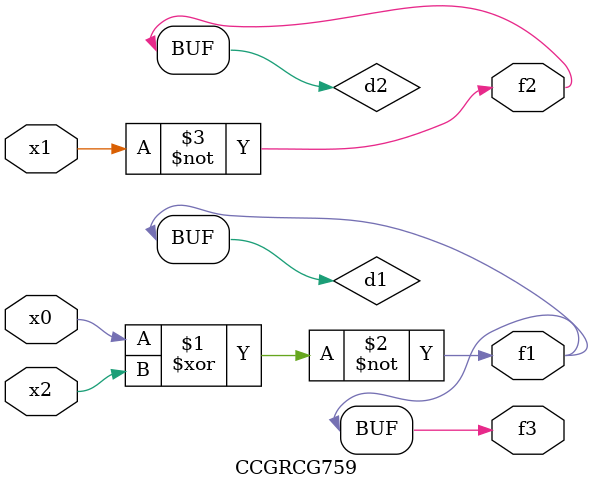
<source format=v>
module CCGRCG759(
	input x0, x1, x2,
	output f1, f2, f3
);

	wire d1, d2, d3;

	xnor (d1, x0, x2);
	nand (d2, x1);
	nor (d3, x1, x2);
	assign f1 = d1;
	assign f2 = d2;
	assign f3 = d1;
endmodule

</source>
